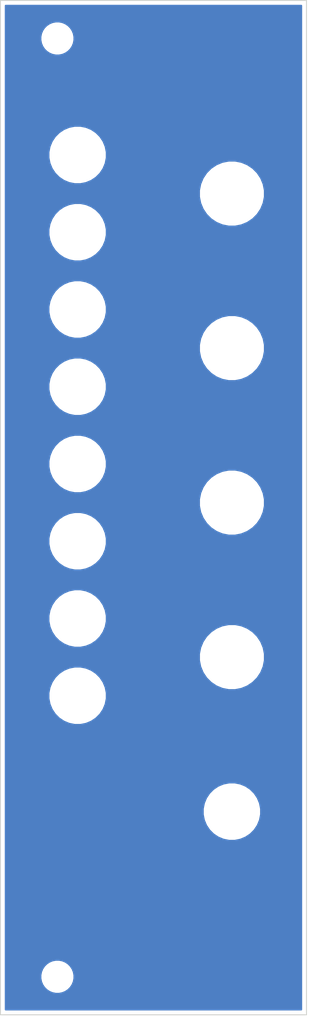
<source format=kicad_pcb>
(kicad_pcb (version 20171130) (host pcbnew 5.1.5-52549c5~86~ubuntu19.04.1)

  (general
    (thickness 1.6)
    (drawings 17)
    (tracks 0)
    (zones 0)
    (modules 15)
    (nets 1)
  )

  (page A4)
  (title_block
    (title kontrast)
    (date 2020-05-09)
    (rev 01)
    (comment 1 "PCB for Panel")
    (comment 2 "mixer and attenuverter")
    (comment 4 "License CC BY 4.0 - Attribution 4.0 International")
  )

  (layers
    (0 F.Cu signal)
    (31 B.Cu signal)
    (32 B.Adhes user)
    (33 F.Adhes user)
    (34 B.Paste user)
    (35 F.Paste user)
    (36 B.SilkS user)
    (37 F.SilkS user)
    (38 B.Mask user)
    (39 F.Mask user)
    (40 Dwgs.User user)
    (41 Cmts.User user)
    (42 Eco1.User user)
    (43 Eco2.User user)
    (44 Edge.Cuts user)
    (45 Margin user)
    (46 B.CrtYd user)
    (47 F.CrtYd user)
    (48 B.Fab user)
    (49 F.Fab user)
  )

  (setup
    (last_trace_width 0.25)
    (trace_clearance 0.2)
    (zone_clearance 0.508)
    (zone_45_only no)
    (trace_min 0.2)
    (via_size 0.8)
    (via_drill 0.4)
    (via_min_size 0.4)
    (via_min_drill 0.3)
    (uvia_size 0.3)
    (uvia_drill 0.1)
    (uvias_allowed no)
    (uvia_min_size 0.2)
    (uvia_min_drill 0.1)
    (edge_width 0.05)
    (segment_width 0.2)
    (pcb_text_width 0.3)
    (pcb_text_size 1.5 1.5)
    (mod_edge_width 0.12)
    (mod_text_size 1 1)
    (mod_text_width 0.15)
    (pad_size 5 5)
    (pad_drill 0)
    (pad_to_mask_clearance 0.051)
    (solder_mask_min_width 0.25)
    (aux_axis_origin 0 0)
    (visible_elements 7FFFFFFF)
    (pcbplotparams
      (layerselection 0x010f0_ffffffff)
      (usegerberextensions false)
      (usegerberattributes false)
      (usegerberadvancedattributes false)
      (creategerberjobfile false)
      (excludeedgelayer true)
      (linewidth 0.100000)
      (plotframeref false)
      (viasonmask false)
      (mode 1)
      (useauxorigin false)
      (hpglpennumber 1)
      (hpglpenspeed 20)
      (hpglpendiameter 15.000000)
      (psnegative false)
      (psa4output false)
      (plotreference true)
      (plotvalue true)
      (plotinvisibletext false)
      (padsonsilk false)
      (subtractmaskfromsilk false)
      (outputformat 1)
      (mirror false)
      (drillshape 0)
      (scaleselection 1)
      (outputdirectory "gerbers/"))
  )

  (net 0 "")

  (net_class Default "This is the default net class."
    (clearance 0.2)
    (trace_width 0.25)
    (via_dia 0.8)
    (via_drill 0.4)
    (uvia_dia 0.3)
    (uvia_drill 0.1)
  )

  (module MountingHole:MountingHole_3.2mm_M3 (layer F.Cu) (tedit 56D1B4CB) (tstamp 5EB6B789)
    (at 32.9 153.8)
    (descr "Mounting Hole 3.2mm, no annular, M3")
    (tags "mounting hole 3.2mm no annular m3")
    (path /5EB6675B)
    (attr virtual)
    (fp_text reference H15 (at 0 -4.2) (layer F.SilkS) hide
      (effects (font (size 1 1) (thickness 0.15)))
    )
    (fp_text value MountingHole (at 0 4.2) (layer F.Fab) hide
      (effects (font (size 1 1) (thickness 0.15)))
    )
    (fp_circle (center 0 0) (end 3.45 0) (layer F.CrtYd) (width 0.05))
    (fp_circle (center 0 0) (end 3.2 0) (layer Cmts.User) (width 0.15))
    (fp_text user %R (at 0.3 0) (layer F.Fab) hide
      (effects (font (size 1 1) (thickness 0.15)))
    )
    (pad 1 np_thru_hole circle (at 0 0) (size 3.2 3.2) (drill 3.2) (layers *.Cu *.Mask))
  )

  (module MountingHole:MountingHole_3.2mm_M3 (layer F.Cu) (tedit 56D1B4CB) (tstamp 5EB6B781)
    (at 32.9 30.4)
    (descr "Mounting Hole 3.2mm, no annular, M3")
    (tags "mounting hole 3.2mm no annular m3")
    (path /5EB66265)
    (attr virtual)
    (fp_text reference H14 (at 0 -4.2) (layer F.SilkS) hide
      (effects (font (size 1 1) (thickness 0.15)))
    )
    (fp_text value MountingHole (at 0 4.2) (layer F.Fab) hide
      (effects (font (size 1 1) (thickness 0.15)))
    )
    (fp_circle (center 0 0) (end 3.45 0) (layer F.CrtYd) (width 0.05))
    (fp_circle (center 0 0) (end 3.2 0) (layer Cmts.User) (width 0.15))
    (fp_text user %R (at 0.3 0) (layer F.Fab) hide
      (effects (font (size 1 1) (thickness 0.15)))
    )
    (pad 1 np_thru_hole circle (at 0 0) (size 3.2 3.2) (drill 3.2) (layers *.Cu *.Mask))
  )

  (module elektrophon:panel_jack (layer F.Cu) (tedit 5DA46DDA) (tstamp 5D6B4C03)
    (at 55.88 132.08)
    (descr "Mounting Hole 8.4mm, no annular, M8")
    (tags "mounting hole 8.4mm no annular m8")
    (path /5D6B07F8)
    (attr virtual)
    (fp_text reference H7 (at 0 -9.4) (layer F.SilkS) hide
      (effects (font (size 1 1) (thickness 0.15)))
    )
    (fp_text value out (at 0 9.144) (layer F.Mask) hide
      (effects (font (size 2 1.4) (thickness 0.25)))
    )
    (fp_circle (center 0 0) (end 4.2 0) (layer F.CrtYd) (width 0.05))
    (fp_circle (center 0 0) (end 4 0) (layer Cmts.User) (width 0.15))
    (fp_text user %R (at 0.3 0) (layer F.Fab) hide
      (effects (font (size 1 1) (thickness 0.15)))
    )
    (pad "" np_thru_hole circle (at 0 0) (size 6.4 6.4) (drill 6.4) (layers *.Cu *.Mask))
    (model "${KIPRJMOD}/../../../lib/kicad/models/PJ301M-12 Thonkiconn v0.2.stp"
      (offset (xyz 0 0.8 -10.5))
      (scale (xyz 1 1 1))
      (rotate (xyz 0 0 0))
    )
  )

  (module elektrophon:panel_potentiometer (layer F.Cu) (tedit 5DA46CEF) (tstamp 5EADD279)
    (at 55.88 50.8)
    (descr "Mounting Hole 8.4mm, no annular, M8")
    (tags "mounting hole 8.4mm no annular m8")
    (path /5D6AFC22)
    (attr virtual)
    (fp_text reference H2 (at 0 -9.4) (layer F.SilkS) hide
      (effects (font (size 1 1) (thickness 0.15)))
    )
    (fp_text value "#1" (at -26.67 0 90) (layer F.Mask)
      (effects (font (size 2 1.4) (thickness 0.25)))
    )
    (fp_circle (center 0 0) (end 6.6 0) (layer F.CrtYd) (width 0.05))
    (fp_circle (center 0 0) (end 6.35 0) (layer Cmts.User) (width 0.15))
    (fp_text user %R (at 0.3 0) (layer F.Fab)
      (effects (font (size 1 1) (thickness 0.15)))
    )
    (pad "" np_thru_hole circle (at 0 0) (size 7.4 7.4) (drill 7.4) (layers *.Cu *.Mask))
    (model "${KIPRJMOD}/../../../lib/kicad/models/chroma cap.step"
      (offset (xyz 0 0 8))
      (scale (xyz 1 1 1))
      (rotate (xyz -90 0 0))
    )
  )

  (module elektrophon:panel_jack (layer F.Cu) (tedit 5DA46DDA) (tstamp 5EADD271)
    (at 35.56 45.72)
    (descr "Mounting Hole 8.4mm, no annular, M8")
    (tags "mounting hole 8.4mm no annular m8")
    (path /5D6B047C)
    (attr virtual)
    (fp_text reference H1 (at 0 -9.4) (layer F.SilkS) hide
      (effects (font (size 1 1) (thickness 0.15)))
    )
    (fp_text value in1 (at 0 9.144) (layer F.Mask) hide
      (effects (font (size 2 1.4) (thickness 0.25)))
    )
    (fp_circle (center 0 0) (end 4.2 0) (layer F.CrtYd) (width 0.05))
    (fp_circle (center 0 0) (end 4 0) (layer Cmts.User) (width 0.15))
    (fp_text user %R (at 0.3 0) (layer F.Fab) hide
      (effects (font (size 1 1) (thickness 0.15)))
    )
    (pad "" np_thru_hole circle (at 0 0) (size 6.4 6.4) (drill 6.4) (layers *.Cu *.Mask))
    (model "${KIPRJMOD}/../../../lib/kicad/models/PJ301M-12 Thonkiconn v0.2.stp"
      (offset (xyz 0 0.8 -10.5))
      (scale (xyz 1 1 1))
      (rotate (xyz 0 0 0))
    )
  )

  (module elektrophon:panel_potentiometer (layer F.Cu) (tedit 5DA46CEF) (tstamp 5EADD16B)
    (at 55.88 111.76)
    (descr "Mounting Hole 8.4mm, no annular, M8")
    (tags "mounting hole 8.4mm no annular m8")
    (path /5EADB1C2)
    (attr virtual)
    (fp_text reference H13 (at 0 -9.4) (layer F.SilkS) hide
      (effects (font (size 1 1) (thickness 0.15)))
    )
    (fp_text value "#4" (at -26.67 0 90) (layer F.Mask)
      (effects (font (size 2 1.4) (thickness 0.25)))
    )
    (fp_circle (center 0 0) (end 6.6 0) (layer F.CrtYd) (width 0.05))
    (fp_circle (center 0 0) (end 6.35 0) (layer Cmts.User) (width 0.15))
    (fp_text user %R (at 0.3 0) (layer F.Fab)
      (effects (font (size 1 1) (thickness 0.15)))
    )
    (pad "" np_thru_hole circle (at 0 0) (size 7.4 7.4) (drill 7.4) (layers *.Cu *.Mask))
    (model "${KIPRJMOD}/../../../lib/kicad/models/chroma cap.step"
      (offset (xyz 0 0 8))
      (scale (xyz 1 1 1))
      (rotate (xyz -90 0 0))
    )
  )

  (module elektrophon:panel_potentiometer (layer F.Cu) (tedit 5DA46CEF) (tstamp 5EADD163)
    (at 55.88 91.44)
    (descr "Mounting Hole 8.4mm, no annular, M8")
    (tags "mounting hole 8.4mm no annular m8")
    (path /5EADA36C)
    (attr virtual)
    (fp_text reference H12 (at 0 -9.4) (layer F.SilkS) hide
      (effects (font (size 1 1) (thickness 0.15)))
    )
    (fp_text value "#3" (at -26.67 0 90) (layer F.Mask)
      (effects (font (size 2 1.4) (thickness 0.25)))
    )
    (fp_circle (center 0 0) (end 6.6 0) (layer F.CrtYd) (width 0.05))
    (fp_circle (center 0 0) (end 6.35 0) (layer Cmts.User) (width 0.15))
    (fp_text user %R (at 0.3 0) (layer F.Fab)
      (effects (font (size 1 1) (thickness 0.15)))
    )
    (pad "" np_thru_hole circle (at 0 0) (size 7.4 7.4) (drill 7.4) (layers *.Cu *.Mask))
    (model "${KIPRJMOD}/../../../lib/kicad/models/chroma cap.step"
      (offset (xyz 0 0 8))
      (scale (xyz 1 1 1))
      (rotate (xyz -90 0 0))
    )
  )

  (module elektrophon:panel_potentiometer (layer F.Cu) (tedit 5DA46CEF) (tstamp 5EADD15B)
    (at 55.88 71.12)
    (descr "Mounting Hole 8.4mm, no annular, M8")
    (tags "mounting hole 8.4mm no annular m8")
    (path /5EAD9687)
    (attr virtual)
    (fp_text reference H11 (at 0 -9.4) (layer F.SilkS) hide
      (effects (font (size 1 1) (thickness 0.15)))
    )
    (fp_text value "#2" (at -26.67 0 90) (layer F.Mask)
      (effects (font (size 2 1.4) (thickness 0.25)))
    )
    (fp_circle (center 0 0) (end 6.6 0) (layer F.CrtYd) (width 0.05))
    (fp_circle (center 0 0) (end 6.35 0) (layer Cmts.User) (width 0.15))
    (fp_text user %R (at 0.3 0) (layer F.Fab)
      (effects (font (size 1 1) (thickness 0.15)))
    )
    (pad "" np_thru_hole circle (at 0 0) (size 7.4 7.4) (drill 7.4) (layers *.Cu *.Mask))
    (model "${KIPRJMOD}/../../../lib/kicad/models/chroma cap.step"
      (offset (xyz 0 0 8))
      (scale (xyz 1 1 1))
      (rotate (xyz -90 0 0))
    )
  )

  (module elektrophon:panel_jack (layer F.Cu) (tedit 5DA46DDA) (tstamp 5EADD153)
    (at 35.56 116.84)
    (descr "Mounting Hole 8.4mm, no annular, M8")
    (tags "mounting hole 8.4mm no annular m8")
    (path /5EADB1CE)
    (attr virtual)
    (fp_text reference H10 (at 0 -9.4) (layer F.SilkS) hide
      (effects (font (size 1 1) (thickness 0.15)))
    )
    (fp_text value out4 (at 0 9.144) (layer F.Mask) hide
      (effects (font (size 2 1.4) (thickness 0.25)))
    )
    (fp_circle (center 0 0) (end 4.2 0) (layer F.CrtYd) (width 0.05))
    (fp_circle (center 0 0) (end 4 0) (layer Cmts.User) (width 0.15))
    (fp_text user %R (at 0.3 0) (layer F.Fab) hide
      (effects (font (size 1 1) (thickness 0.15)))
    )
    (pad "" np_thru_hole circle (at 0 0) (size 6.4 6.4) (drill 6.4) (layers *.Cu *.Mask))
    (model "${KIPRJMOD}/../../../lib/kicad/models/PJ301M-12 Thonkiconn v0.2.stp"
      (offset (xyz 0 0.8 -10.5))
      (scale (xyz 1 1 1))
      (rotate (xyz 0 0 0))
    )
  )

  (module elektrophon:panel_jack (layer F.Cu) (tedit 5DA46DDA) (tstamp 5EADD14B)
    (at 35.56 106.68)
    (descr "Mounting Hole 8.4mm, no annular, M8")
    (tags "mounting hole 8.4mm no annular m8")
    (path /5EADB1C8)
    (attr virtual)
    (fp_text reference H9 (at 0 -9.4) (layer F.SilkS) hide
      (effects (font (size 1 1) (thickness 0.15)))
    )
    (fp_text value in4 (at 0 9.144) (layer F.Mask) hide
      (effects (font (size 2 1.4) (thickness 0.25)))
    )
    (fp_circle (center 0 0) (end 4.2 0) (layer F.CrtYd) (width 0.05))
    (fp_circle (center 0 0) (end 4 0) (layer Cmts.User) (width 0.15))
    (fp_text user %R (at 0.3 0) (layer F.Fab) hide
      (effects (font (size 1 1) (thickness 0.15)))
    )
    (pad "" np_thru_hole circle (at 0 0) (size 6.4 6.4) (drill 6.4) (layers *.Cu *.Mask))
    (model "${KIPRJMOD}/../../../lib/kicad/models/PJ301M-12 Thonkiconn v0.2.stp"
      (offset (xyz 0 0.8 -10.5))
      (scale (xyz 1 1 1))
      (rotate (xyz 0 0 0))
    )
  )

  (module elektrophon:panel_jack (layer F.Cu) (tedit 5DA46DDA) (tstamp 5EADD143)
    (at 35.56 96.52)
    (descr "Mounting Hole 8.4mm, no annular, M8")
    (tags "mounting hole 8.4mm no annular m8")
    (path /5EADA378)
    (attr virtual)
    (fp_text reference H8 (at 0 -9.4) (layer F.SilkS) hide
      (effects (font (size 1 1) (thickness 0.15)))
    )
    (fp_text value out3 (at 0 9.144) (layer F.Mask) hide
      (effects (font (size 2 1.4) (thickness 0.25)))
    )
    (fp_circle (center 0 0) (end 4.2 0) (layer F.CrtYd) (width 0.05))
    (fp_circle (center 0 0) (end 4 0) (layer Cmts.User) (width 0.15))
    (fp_text user %R (at 0.3 0) (layer F.Fab) hide
      (effects (font (size 1 1) (thickness 0.15)))
    )
    (pad "" np_thru_hole circle (at 0 0) (size 6.4 6.4) (drill 6.4) (layers *.Cu *.Mask))
    (model "${KIPRJMOD}/../../../lib/kicad/models/PJ301M-12 Thonkiconn v0.2.stp"
      (offset (xyz 0 0.8 -10.5))
      (scale (xyz 1 1 1))
      (rotate (xyz 0 0 0))
    )
  )

  (module elektrophon:panel_jack (layer F.Cu) (tedit 5DA46DDA) (tstamp 5EADD12D)
    (at 35.56 86.36)
    (descr "Mounting Hole 8.4mm, no annular, M8")
    (tags "mounting hole 8.4mm no annular m8")
    (path /5EADA372)
    (attr virtual)
    (fp_text reference H6 (at 0 -9.4) (layer F.SilkS) hide
      (effects (font (size 1 1) (thickness 0.15)))
    )
    (fp_text value in3 (at 0 9.144) (layer F.Mask) hide
      (effects (font (size 2 1.4) (thickness 0.25)))
    )
    (fp_circle (center 0 0) (end 4.2 0) (layer F.CrtYd) (width 0.05))
    (fp_circle (center 0 0) (end 4 0) (layer Cmts.User) (width 0.15))
    (fp_text user %R (at 0.3 0) (layer F.Fab) hide
      (effects (font (size 1 1) (thickness 0.15)))
    )
    (pad "" np_thru_hole circle (at 0 0) (size 6.4 6.4) (drill 6.4) (layers *.Cu *.Mask))
    (model "${KIPRJMOD}/../../../lib/kicad/models/PJ301M-12 Thonkiconn v0.2.stp"
      (offset (xyz 0 0.8 -10.5))
      (scale (xyz 1 1 1))
      (rotate (xyz 0 0 0))
    )
  )

  (module elektrophon:panel_jack (layer F.Cu) (tedit 5DA46DDA) (tstamp 5EADD125)
    (at 35.56 76.2)
    (descr "Mounting Hole 8.4mm, no annular, M8")
    (tags "mounting hole 8.4mm no annular m8")
    (path /5EAD9693)
    (attr virtual)
    (fp_text reference H5 (at 0 -9.4) (layer F.SilkS) hide
      (effects (font (size 1 1) (thickness 0.15)))
    )
    (fp_text value out2 (at 0 9.144) (layer F.Mask) hide
      (effects (font (size 2 1.4) (thickness 0.25)))
    )
    (fp_circle (center 0 0) (end 4.2 0) (layer F.CrtYd) (width 0.05))
    (fp_circle (center 0 0) (end 4 0) (layer Cmts.User) (width 0.15))
    (fp_text user %R (at 0.3 0) (layer F.Fab) hide
      (effects (font (size 1 1) (thickness 0.15)))
    )
    (pad "" np_thru_hole circle (at 0 0) (size 6.4 6.4) (drill 6.4) (layers *.Cu *.Mask))
    (model "${KIPRJMOD}/../../../lib/kicad/models/PJ301M-12 Thonkiconn v0.2.stp"
      (offset (xyz 0 0.8 -10.5))
      (scale (xyz 1 1 1))
      (rotate (xyz 0 0 0))
    )
  )

  (module elektrophon:panel_jack (layer F.Cu) (tedit 5DA46DDA) (tstamp 5EADD11D)
    (at 35.56 66.04)
    (descr "Mounting Hole 8.4mm, no annular, M8")
    (tags "mounting hole 8.4mm no annular m8")
    (path /5EAD968D)
    (attr virtual)
    (fp_text reference H4 (at 0 -9.4) (layer F.SilkS) hide
      (effects (font (size 1 1) (thickness 0.15)))
    )
    (fp_text value in2 (at 0 9.144) (layer F.Mask) hide
      (effects (font (size 2 1.4) (thickness 0.25)))
    )
    (fp_circle (center 0 0) (end 4.2 0) (layer F.CrtYd) (width 0.05))
    (fp_circle (center 0 0) (end 4 0) (layer Cmts.User) (width 0.15))
    (fp_text user %R (at 0.3 0) (layer F.Fab) hide
      (effects (font (size 1 1) (thickness 0.15)))
    )
    (pad "" np_thru_hole circle (at 0 0) (size 6.4 6.4) (drill 6.4) (layers *.Cu *.Mask))
    (model "${KIPRJMOD}/../../../lib/kicad/models/PJ301M-12 Thonkiconn v0.2.stp"
      (offset (xyz 0 0.8 -10.5))
      (scale (xyz 1 1 1))
      (rotate (xyz 0 0 0))
    )
  )

  (module elektrophon:panel_jack (layer F.Cu) (tedit 5DA46DDA) (tstamp 5EADD115)
    (at 35.56 55.88)
    (descr "Mounting Hole 8.4mm, no annular, M8")
    (tags "mounting hole 8.4mm no annular m8")
    (path /5EAD83BF)
    (attr virtual)
    (fp_text reference H3 (at 0 -9.4) (layer F.SilkS) hide
      (effects (font (size 1 1) (thickness 0.15)))
    )
    (fp_text value out2 (at 0 9.144) (layer F.Mask) hide
      (effects (font (size 2 1.4) (thickness 0.25)))
    )
    (fp_circle (center 0 0) (end 4.2 0) (layer F.CrtYd) (width 0.05))
    (fp_circle (center 0 0) (end 4 0) (layer Cmts.User) (width 0.15))
    (fp_text user %R (at 0.3 0) (layer F.Fab) hide
      (effects (font (size 1 1) (thickness 0.15)))
    )
    (pad "" np_thru_hole circle (at 0 0) (size 6.4 6.4) (drill 6.4) (layers *.Cu *.Mask))
    (model "${KIPRJMOD}/../../../lib/kicad/models/PJ301M-12 Thonkiconn v0.2.stp"
      (offset (xyz 0 0.8 -10.5))
      (scale (xyz 1 1 1))
      (rotate (xyz 0 0 0))
    )
  )

  (gr_line (start 55.88 111.76) (end 55.88 132.08) (layer F.Mask) (width 0.25))
  (gr_line (start 55.88 111.76) (end 55.88 38.1) (layer F.Mask) (width 0.25))
  (gr_line (start 55.88 111.76) (end 35.56 116.84) (layer F.Mask) (width 0.25))
  (gr_line (start 35.56 106.68) (end 55.88 111.76) (layer F.Mask) (width 0.25))
  (gr_line (start 55.88 91.44) (end 35.56 96.52) (layer F.Mask) (width 0.25))
  (gr_line (start 35.56 86.36) (end 55.88 91.44) (layer F.Mask) (width 0.25))
  (gr_line (start 55.88 71.12) (end 35.56 76.2) (layer F.Mask) (width 0.25))
  (gr_line (start 35.56 66.04) (end 55.88 71.12) (layer F.Mask) (width 0.25))
  (gr_line (start 55.88 50.8) (end 35.56 55.88) (layer F.Mask) (width 0.25))
  (gr_line (start 35.56 45.72) (end 55.88 50.8) (layer F.Mask) (width 0.25))
  (gr_text R01 (at 60.12 155.09) (layer F.Cu)
    (effects (font (size 2 1.4) (thickness 0.25)))
  )
  (gr_text out (at 55.88 141.22) (layer F.Mask) (tstamp 5D87320C)
    (effects (font (size 2 1.4) (thickness 0.25)))
  )
  (gr_text kontrast (at 45.55 30.48) (layer F.Mask)
    (effects (font (size 3 3) (thickness 0.35)))
  )
  (gr_line (start 65.7 158.8) (end 25.4 158.8) (layer Edge.Cuts) (width 0.12))
  (gr_line (start 65.7 25.4) (end 65.7 158.8) (layer Edge.Cuts) (width 0.12))
  (gr_line (start 25.4 25.4) (end 25.4 158.8) (layer Edge.Cuts) (width 0.12))
  (gr_line (start 25.4 25.4) (end 65.7 25.4) (layer Edge.Cuts) (width 0.12))

  (zone (net 0) (net_name "") (layer B.Cu) (tstamp 5EC9047D) (hatch edge 0.508)
    (connect_pads (clearance 0.508))
    (min_thickness 0.254)
    (fill yes (arc_segments 32) (thermal_gap 0.508) (thermal_bridge_width 0.508))
    (polygon
      (pts
        (xy 66.04 160.02) (xy 25.4 160.02) (xy 25.4 25.4) (xy 66.04 25.4)
      )
    )
    (filled_polygon
      (pts
        (xy 65.005001 158.105) (xy 26.095 158.105) (xy 26.095 153.579872) (xy 30.665 153.579872) (xy 30.665 154.020128)
        (xy 30.75089 154.451925) (xy 30.919369 154.858669) (xy 31.163962 155.224729) (xy 31.475271 155.536038) (xy 31.841331 155.780631)
        (xy 32.248075 155.94911) (xy 32.679872 156.035) (xy 33.120128 156.035) (xy 33.551925 155.94911) (xy 33.958669 155.780631)
        (xy 34.324729 155.536038) (xy 34.636038 155.224729) (xy 34.880631 154.858669) (xy 35.04911 154.451925) (xy 35.135 154.020128)
        (xy 35.135 153.579872) (xy 35.04911 153.148075) (xy 34.880631 152.741331) (xy 34.636038 152.375271) (xy 34.324729 152.063962)
        (xy 33.958669 151.819369) (xy 33.551925 151.65089) (xy 33.120128 151.565) (xy 32.679872 151.565) (xy 32.248075 151.65089)
        (xy 31.841331 151.819369) (xy 31.475271 152.063962) (xy 31.163962 152.375271) (xy 30.919369 152.741331) (xy 30.75089 153.148075)
        (xy 30.665 153.579872) (xy 26.095 153.579872) (xy 26.095 131.702285) (xy 52.045 131.702285) (xy 52.045 132.457715)
        (xy 52.192377 133.198628) (xy 52.481467 133.896554) (xy 52.901161 134.52467) (xy 53.43533 135.058839) (xy 54.063446 135.478533)
        (xy 54.761372 135.767623) (xy 55.502285 135.915) (xy 56.257715 135.915) (xy 56.998628 135.767623) (xy 57.696554 135.478533)
        (xy 58.32467 135.058839) (xy 58.858839 134.52467) (xy 59.278533 133.896554) (xy 59.567623 133.198628) (xy 59.715 132.457715)
        (xy 59.715 131.702285) (xy 59.567623 130.961372) (xy 59.278533 130.263446) (xy 58.858839 129.63533) (xy 58.32467 129.101161)
        (xy 57.696554 128.681467) (xy 56.998628 128.392377) (xy 56.257715 128.245) (xy 55.502285 128.245) (xy 54.761372 128.392377)
        (xy 54.063446 128.681467) (xy 53.43533 129.101161) (xy 52.901161 129.63533) (xy 52.481467 130.263446) (xy 52.192377 130.961372)
        (xy 52.045 131.702285) (xy 26.095 131.702285) (xy 26.095 116.462285) (xy 31.725 116.462285) (xy 31.725 117.217715)
        (xy 31.872377 117.958628) (xy 32.161467 118.656554) (xy 32.581161 119.28467) (xy 33.11533 119.818839) (xy 33.743446 120.238533)
        (xy 34.441372 120.527623) (xy 35.182285 120.675) (xy 35.937715 120.675) (xy 36.678628 120.527623) (xy 37.376554 120.238533)
        (xy 38.00467 119.818839) (xy 38.538839 119.28467) (xy 38.958533 118.656554) (xy 39.247623 117.958628) (xy 39.395 117.217715)
        (xy 39.395 116.462285) (xy 39.247623 115.721372) (xy 38.958533 115.023446) (xy 38.538839 114.39533) (xy 38.00467 113.861161)
        (xy 37.376554 113.441467) (xy 36.678628 113.152377) (xy 35.937715 113.005) (xy 35.182285 113.005) (xy 34.441372 113.152377)
        (xy 33.743446 113.441467) (xy 33.11533 113.861161) (xy 32.581161 114.39533) (xy 32.161467 115.023446) (xy 31.872377 115.721372)
        (xy 31.725 116.462285) (xy 26.095 116.462285) (xy 26.095 111.33304) (xy 51.545 111.33304) (xy 51.545 112.18696)
        (xy 51.711592 113.024473) (xy 52.038373 113.813392) (xy 52.512786 114.523401) (xy 53.116599 115.127214) (xy 53.826608 115.601627)
        (xy 54.615527 115.928408) (xy 55.45304 116.095) (xy 56.30696 116.095) (xy 57.144473 115.928408) (xy 57.933392 115.601627)
        (xy 58.643401 115.127214) (xy 59.247214 114.523401) (xy 59.721627 113.813392) (xy 60.048408 113.024473) (xy 60.215 112.18696)
        (xy 60.215 111.33304) (xy 60.048408 110.495527) (xy 59.721627 109.706608) (xy 59.247214 108.996599) (xy 58.643401 108.392786)
        (xy 57.933392 107.918373) (xy 57.144473 107.591592) (xy 56.30696 107.425) (xy 55.45304 107.425) (xy 54.615527 107.591592)
        (xy 53.826608 107.918373) (xy 53.116599 108.392786) (xy 52.512786 108.996599) (xy 52.038373 109.706608) (xy 51.711592 110.495527)
        (xy 51.545 111.33304) (xy 26.095 111.33304) (xy 26.095 106.302285) (xy 31.725 106.302285) (xy 31.725 107.057715)
        (xy 31.872377 107.798628) (xy 32.161467 108.496554) (xy 32.581161 109.12467) (xy 33.11533 109.658839) (xy 33.743446 110.078533)
        (xy 34.441372 110.367623) (xy 35.182285 110.515) (xy 35.937715 110.515) (xy 36.678628 110.367623) (xy 37.376554 110.078533)
        (xy 38.00467 109.658839) (xy 38.538839 109.12467) (xy 38.958533 108.496554) (xy 39.247623 107.798628) (xy 39.395 107.057715)
        (xy 39.395 106.302285) (xy 39.247623 105.561372) (xy 38.958533 104.863446) (xy 38.538839 104.23533) (xy 38.00467 103.701161)
        (xy 37.376554 103.281467) (xy 36.678628 102.992377) (xy 35.937715 102.845) (xy 35.182285 102.845) (xy 34.441372 102.992377)
        (xy 33.743446 103.281467) (xy 33.11533 103.701161) (xy 32.581161 104.23533) (xy 32.161467 104.863446) (xy 31.872377 105.561372)
        (xy 31.725 106.302285) (xy 26.095 106.302285) (xy 26.095 96.142285) (xy 31.725 96.142285) (xy 31.725 96.897715)
        (xy 31.872377 97.638628) (xy 32.161467 98.336554) (xy 32.581161 98.96467) (xy 33.11533 99.498839) (xy 33.743446 99.918533)
        (xy 34.441372 100.207623) (xy 35.182285 100.355) (xy 35.937715 100.355) (xy 36.678628 100.207623) (xy 37.376554 99.918533)
        (xy 38.00467 99.498839) (xy 38.538839 98.96467) (xy 38.958533 98.336554) (xy 39.247623 97.638628) (xy 39.395 96.897715)
        (xy 39.395 96.142285) (xy 39.247623 95.401372) (xy 38.958533 94.703446) (xy 38.538839 94.07533) (xy 38.00467 93.541161)
        (xy 37.376554 93.121467) (xy 36.678628 92.832377) (xy 35.937715 92.685) (xy 35.182285 92.685) (xy 34.441372 92.832377)
        (xy 33.743446 93.121467) (xy 33.11533 93.541161) (xy 32.581161 94.07533) (xy 32.161467 94.703446) (xy 31.872377 95.401372)
        (xy 31.725 96.142285) (xy 26.095 96.142285) (xy 26.095 91.01304) (xy 51.545 91.01304) (xy 51.545 91.86696)
        (xy 51.711592 92.704473) (xy 52.038373 93.493392) (xy 52.512786 94.203401) (xy 53.116599 94.807214) (xy 53.826608 95.281627)
        (xy 54.615527 95.608408) (xy 55.45304 95.775) (xy 56.30696 95.775) (xy 57.144473 95.608408) (xy 57.933392 95.281627)
        (xy 58.643401 94.807214) (xy 59.247214 94.203401) (xy 59.721627 93.493392) (xy 60.048408 92.704473) (xy 60.215 91.86696)
        (xy 60.215 91.01304) (xy 60.048408 90.175527) (xy 59.721627 89.386608) (xy 59.247214 88.676599) (xy 58.643401 88.072786)
        (xy 57.933392 87.598373) (xy 57.144473 87.271592) (xy 56.30696 87.105) (xy 55.45304 87.105) (xy 54.615527 87.271592)
        (xy 53.826608 87.598373) (xy 53.116599 88.072786) (xy 52.512786 88.676599) (xy 52.038373 89.386608) (xy 51.711592 90.175527)
        (xy 51.545 91.01304) (xy 26.095 91.01304) (xy 26.095 85.982285) (xy 31.725 85.982285) (xy 31.725 86.737715)
        (xy 31.872377 87.478628) (xy 32.161467 88.176554) (xy 32.581161 88.80467) (xy 33.11533 89.338839) (xy 33.743446 89.758533)
        (xy 34.441372 90.047623) (xy 35.182285 90.195) (xy 35.937715 90.195) (xy 36.678628 90.047623) (xy 37.376554 89.758533)
        (xy 38.00467 89.338839) (xy 38.538839 88.80467) (xy 38.958533 88.176554) (xy 39.247623 87.478628) (xy 39.395 86.737715)
        (xy 39.395 85.982285) (xy 39.247623 85.241372) (xy 38.958533 84.543446) (xy 38.538839 83.91533) (xy 38.00467 83.381161)
        (xy 37.376554 82.961467) (xy 36.678628 82.672377) (xy 35.937715 82.525) (xy 35.182285 82.525) (xy 34.441372 82.672377)
        (xy 33.743446 82.961467) (xy 33.11533 83.381161) (xy 32.581161 83.91533) (xy 32.161467 84.543446) (xy 31.872377 85.241372)
        (xy 31.725 85.982285) (xy 26.095 85.982285) (xy 26.095 75.822285) (xy 31.725 75.822285) (xy 31.725 76.577715)
        (xy 31.872377 77.318628) (xy 32.161467 78.016554) (xy 32.581161 78.64467) (xy 33.11533 79.178839) (xy 33.743446 79.598533)
        (xy 34.441372 79.887623) (xy 35.182285 80.035) (xy 35.937715 80.035) (xy 36.678628 79.887623) (xy 37.376554 79.598533)
        (xy 38.00467 79.178839) (xy 38.538839 78.64467) (xy 38.958533 78.016554) (xy 39.247623 77.318628) (xy 39.395 76.577715)
        (xy 39.395 75.822285) (xy 39.247623 75.081372) (xy 38.958533 74.383446) (xy 38.538839 73.75533) (xy 38.00467 73.221161)
        (xy 37.376554 72.801467) (xy 36.678628 72.512377) (xy 35.937715 72.365) (xy 35.182285 72.365) (xy 34.441372 72.512377)
        (xy 33.743446 72.801467) (xy 33.11533 73.221161) (xy 32.581161 73.75533) (xy 32.161467 74.383446) (xy 31.872377 75.081372)
        (xy 31.725 75.822285) (xy 26.095 75.822285) (xy 26.095 70.69304) (xy 51.545 70.69304) (xy 51.545 71.54696)
        (xy 51.711592 72.384473) (xy 52.038373 73.173392) (xy 52.512786 73.883401) (xy 53.116599 74.487214) (xy 53.826608 74.961627)
        (xy 54.615527 75.288408) (xy 55.45304 75.455) (xy 56.30696 75.455) (xy 57.144473 75.288408) (xy 57.933392 74.961627)
        (xy 58.643401 74.487214) (xy 59.247214 73.883401) (xy 59.721627 73.173392) (xy 60.048408 72.384473) (xy 60.215 71.54696)
        (xy 60.215 70.69304) (xy 60.048408 69.855527) (xy 59.721627 69.066608) (xy 59.247214 68.356599) (xy 58.643401 67.752786)
        (xy 57.933392 67.278373) (xy 57.144473 66.951592) (xy 56.30696 66.785) (xy 55.45304 66.785) (xy 54.615527 66.951592)
        (xy 53.826608 67.278373) (xy 53.116599 67.752786) (xy 52.512786 68.356599) (xy 52.038373 69.066608) (xy 51.711592 69.855527)
        (xy 51.545 70.69304) (xy 26.095 70.69304) (xy 26.095 65.662285) (xy 31.725 65.662285) (xy 31.725 66.417715)
        (xy 31.872377 67.158628) (xy 32.161467 67.856554) (xy 32.581161 68.48467) (xy 33.11533 69.018839) (xy 33.743446 69.438533)
        (xy 34.441372 69.727623) (xy 35.182285 69.875) (xy 35.937715 69.875) (xy 36.678628 69.727623) (xy 37.376554 69.438533)
        (xy 38.00467 69.018839) (xy 38.538839 68.48467) (xy 38.958533 67.856554) (xy 39.247623 67.158628) (xy 39.395 66.417715)
        (xy 39.395 65.662285) (xy 39.247623 64.921372) (xy 38.958533 64.223446) (xy 38.538839 63.59533) (xy 38.00467 63.061161)
        (xy 37.376554 62.641467) (xy 36.678628 62.352377) (xy 35.937715 62.205) (xy 35.182285 62.205) (xy 34.441372 62.352377)
        (xy 33.743446 62.641467) (xy 33.11533 63.061161) (xy 32.581161 63.59533) (xy 32.161467 64.223446) (xy 31.872377 64.921372)
        (xy 31.725 65.662285) (xy 26.095 65.662285) (xy 26.095 55.502285) (xy 31.725 55.502285) (xy 31.725 56.257715)
        (xy 31.872377 56.998628) (xy 32.161467 57.696554) (xy 32.581161 58.32467) (xy 33.11533 58.858839) (xy 33.743446 59.278533)
        (xy 34.441372 59.567623) (xy 35.182285 59.715) (xy 35.937715 59.715) (xy 36.678628 59.567623) (xy 37.376554 59.278533)
        (xy 38.00467 58.858839) (xy 38.538839 58.32467) (xy 38.958533 57.696554) (xy 39.247623 56.998628) (xy 39.395 56.257715)
        (xy 39.395 55.502285) (xy 39.247623 54.761372) (xy 38.958533 54.063446) (xy 38.538839 53.43533) (xy 38.00467 52.901161)
        (xy 37.376554 52.481467) (xy 36.678628 52.192377) (xy 35.937715 52.045) (xy 35.182285 52.045) (xy 34.441372 52.192377)
        (xy 33.743446 52.481467) (xy 33.11533 52.901161) (xy 32.581161 53.43533) (xy 32.161467 54.063446) (xy 31.872377 54.761372)
        (xy 31.725 55.502285) (xy 26.095 55.502285) (xy 26.095 50.37304) (xy 51.545 50.37304) (xy 51.545 51.22696)
        (xy 51.711592 52.064473) (xy 52.038373 52.853392) (xy 52.512786 53.563401) (xy 53.116599 54.167214) (xy 53.826608 54.641627)
        (xy 54.615527 54.968408) (xy 55.45304 55.135) (xy 56.30696 55.135) (xy 57.144473 54.968408) (xy 57.933392 54.641627)
        (xy 58.643401 54.167214) (xy 59.247214 53.563401) (xy 59.721627 52.853392) (xy 60.048408 52.064473) (xy 60.215 51.22696)
        (xy 60.215 50.37304) (xy 60.048408 49.535527) (xy 59.721627 48.746608) (xy 59.247214 48.036599) (xy 58.643401 47.432786)
        (xy 57.933392 46.958373) (xy 57.144473 46.631592) (xy 56.30696 46.465) (xy 55.45304 46.465) (xy 54.615527 46.631592)
        (xy 53.826608 46.958373) (xy 53.116599 47.432786) (xy 52.512786 48.036599) (xy 52.038373 48.746608) (xy 51.711592 49.535527)
        (xy 51.545 50.37304) (xy 26.095 50.37304) (xy 26.095 45.342285) (xy 31.725 45.342285) (xy 31.725 46.097715)
        (xy 31.872377 46.838628) (xy 32.161467 47.536554) (xy 32.581161 48.16467) (xy 33.11533 48.698839) (xy 33.743446 49.118533)
        (xy 34.441372 49.407623) (xy 35.182285 49.555) (xy 35.937715 49.555) (xy 36.678628 49.407623) (xy 37.376554 49.118533)
        (xy 38.00467 48.698839) (xy 38.538839 48.16467) (xy 38.958533 47.536554) (xy 39.247623 46.838628) (xy 39.395 46.097715)
        (xy 39.395 45.342285) (xy 39.247623 44.601372) (xy 38.958533 43.903446) (xy 38.538839 43.27533) (xy 38.00467 42.741161)
        (xy 37.376554 42.321467) (xy 36.678628 42.032377) (xy 35.937715 41.885) (xy 35.182285 41.885) (xy 34.441372 42.032377)
        (xy 33.743446 42.321467) (xy 33.11533 42.741161) (xy 32.581161 43.27533) (xy 32.161467 43.903446) (xy 31.872377 44.601372)
        (xy 31.725 45.342285) (xy 26.095 45.342285) (xy 26.095 30.179872) (xy 30.665 30.179872) (xy 30.665 30.620128)
        (xy 30.75089 31.051925) (xy 30.919369 31.458669) (xy 31.163962 31.824729) (xy 31.475271 32.136038) (xy 31.841331 32.380631)
        (xy 32.248075 32.54911) (xy 32.679872 32.635) (xy 33.120128 32.635) (xy 33.551925 32.54911) (xy 33.958669 32.380631)
        (xy 34.324729 32.136038) (xy 34.636038 31.824729) (xy 34.880631 31.458669) (xy 35.04911 31.051925) (xy 35.135 30.620128)
        (xy 35.135 30.179872) (xy 35.04911 29.748075) (xy 34.880631 29.341331) (xy 34.636038 28.975271) (xy 34.324729 28.663962)
        (xy 33.958669 28.419369) (xy 33.551925 28.25089) (xy 33.120128 28.165) (xy 32.679872 28.165) (xy 32.248075 28.25089)
        (xy 31.841331 28.419369) (xy 31.475271 28.663962) (xy 31.163962 28.975271) (xy 30.919369 29.341331) (xy 30.75089 29.748075)
        (xy 30.665 30.179872) (xy 26.095 30.179872) (xy 26.095 26.095) (xy 65.005 26.095)
      )
    )
  )
)

</source>
